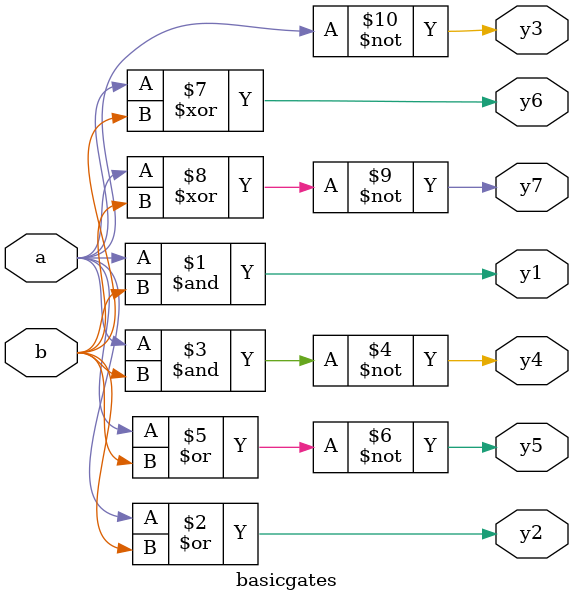
<source format=sv>
module basicgates(a,b,y1,y2,y3,y4,y5,y6,y7);
  input  a;
  input  b;
  output  y1,y2,y3,y4,y5,y6,y7;
  and(y1,a,b);
or(y2,a,b);
not(y3,a);
nand(y4,a,b);
nor(y5,a,b);
xor(y6,a,b);
xnor(y7,a,b);
endmodule
</source>
